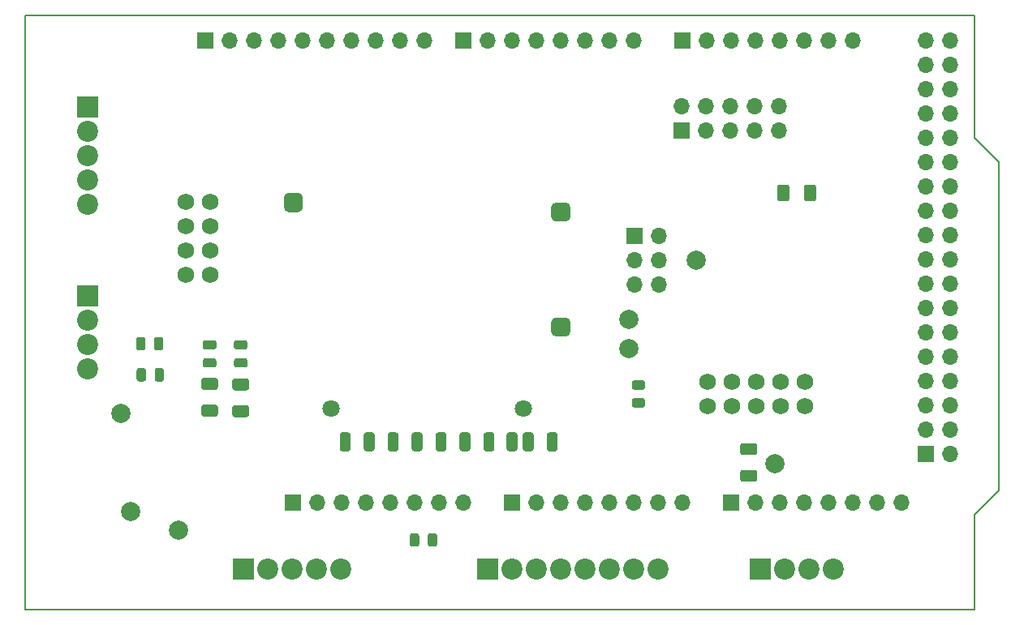
<source format=gbr>
%TF.GenerationSoftware,KiCad,Pcbnew,(5.1.6)-1*%
%TF.CreationDate,2021-10-14T14:48:08+02:00*%
%TF.ProjectId,DUE_Shield_v1,4455455f-5368-4696-956c-645f76312e6b,rev?*%
%TF.SameCoordinates,PX6296c50PY7c37510*%
%TF.FileFunction,Soldermask,Top*%
%TF.FilePolarity,Negative*%
%FSLAX46Y46*%
G04 Gerber Fmt 4.6, Leading zero omitted, Abs format (unit mm)*
G04 Created by KiCad (PCBNEW (5.1.6)-1) date 2021-10-14 14:48:08*
%MOMM*%
%LPD*%
G01*
G04 APERTURE LIST*
%TA.AperFunction,Profile*%
%ADD10C,0.150000*%
%TD*%
%ADD11C,1.800000*%
%ADD12O,1.700000X1.700000*%
%ADD13R,1.700000X1.700000*%
%ADD14C,2.000000*%
%ADD15C,2.200000*%
%ADD16R,2.200000X2.200000*%
%ADD17C,1.750000*%
G04 APERTURE END LIST*
D10*
X99060000Y9854000D02*
X99060000Y0D01*
X101600000Y12394000D02*
X99060000Y9854000D01*
X99060000Y49224000D02*
X101600000Y46684000D01*
X99060000Y0D02*
X0Y0D01*
X101600000Y46684000D02*
X101600000Y12394000D01*
X99060000Y62000000D02*
X99060000Y49224000D01*
X0Y62000000D02*
X99060000Y62000000D01*
X0Y0D02*
X0Y62000000D01*
G36*
G01*
X56900000Y30000000D02*
X56900000Y29000000D01*
G75*
G02*
X56400000Y28500000I-500000J0D01*
G01*
X55400000Y28500000D01*
G75*
G02*
X54900000Y29000000I0J500000D01*
G01*
X54900000Y30000000D01*
G75*
G02*
X55400000Y30500000I500000J0D01*
G01*
X56400000Y30500000D01*
G75*
G02*
X56900000Y30000000I0J-500000D01*
G01*
G37*
G36*
G01*
X56900000Y42000000D02*
X56900000Y41000000D01*
G75*
G02*
X56400000Y40500000I-500000J0D01*
G01*
X55400000Y40500000D01*
G75*
G02*
X54900000Y41000000I0J500000D01*
G01*
X54900000Y42000000D01*
G75*
G02*
X55400000Y42500000I500000J0D01*
G01*
X56400000Y42500000D01*
G75*
G02*
X56900000Y42000000I0J-500000D01*
G01*
G37*
G36*
G01*
X29000000Y43000000D02*
X29000000Y42000000D01*
G75*
G02*
X28500000Y41500000I-500000J0D01*
G01*
X27500000Y41500000D01*
G75*
G02*
X27000000Y42000000I0J500000D01*
G01*
X27000000Y43000000D01*
G75*
G02*
X27500000Y43500000I500000J0D01*
G01*
X28500000Y43500000D01*
G75*
G02*
X29000000Y43000000I0J-500000D01*
G01*
G37*
D11*
X51950000Y21000000D03*
X31950000Y21000000D03*
G36*
G01*
X55575000Y18212500D02*
X55575000Y16787500D01*
G75*
G02*
X55287500Y16500000I-287500J0D01*
G01*
X54712500Y16500000D01*
G75*
G02*
X54425000Y16787500I0J287500D01*
G01*
X54425000Y18212500D01*
G75*
G02*
X54712500Y18500000I287500J0D01*
G01*
X55287500Y18500000D01*
G75*
G02*
X55575000Y18212500I0J-287500D01*
G01*
G37*
G36*
G01*
X53075000Y18212500D02*
X53075000Y16787500D01*
G75*
G02*
X52787500Y16500000I-287500J0D01*
G01*
X52212500Y16500000D01*
G75*
G02*
X51925000Y16787500I0J287500D01*
G01*
X51925000Y18212500D01*
G75*
G02*
X52212500Y18500000I287500J0D01*
G01*
X52787500Y18500000D01*
G75*
G02*
X53075000Y18212500I0J-287500D01*
G01*
G37*
G36*
G01*
X51375000Y18212500D02*
X51375000Y16787500D01*
G75*
G02*
X51087500Y16500000I-287500J0D01*
G01*
X50512500Y16500000D01*
G75*
G02*
X50225000Y16787500I0J287500D01*
G01*
X50225000Y18212500D01*
G75*
G02*
X50512500Y18500000I287500J0D01*
G01*
X51087500Y18500000D01*
G75*
G02*
X51375000Y18212500I0J-287500D01*
G01*
G37*
G36*
G01*
X48975000Y18212500D02*
X48975000Y16787500D01*
G75*
G02*
X48687500Y16500000I-287500J0D01*
G01*
X48112500Y16500000D01*
G75*
G02*
X47825000Y16787500I0J287500D01*
G01*
X47825000Y18212500D01*
G75*
G02*
X48112500Y18500000I287500J0D01*
G01*
X48687500Y18500000D01*
G75*
G02*
X48975000Y18212500I0J-287500D01*
G01*
G37*
G36*
G01*
X46475000Y18212500D02*
X46475000Y16787500D01*
G75*
G02*
X46187500Y16500000I-287500J0D01*
G01*
X45612500Y16500000D01*
G75*
G02*
X45325000Y16787500I0J287500D01*
G01*
X45325000Y18212500D01*
G75*
G02*
X45612500Y18500000I287500J0D01*
G01*
X46187500Y18500000D01*
G75*
G02*
X46475000Y18212500I0J-287500D01*
G01*
G37*
G36*
G01*
X43975000Y18212500D02*
X43975000Y16787500D01*
G75*
G02*
X43687500Y16500000I-287500J0D01*
G01*
X43112500Y16500000D01*
G75*
G02*
X42825000Y16787500I0J287500D01*
G01*
X42825000Y18212500D01*
G75*
G02*
X43112500Y18500000I287500J0D01*
G01*
X43687500Y18500000D01*
G75*
G02*
X43975000Y18212500I0J-287500D01*
G01*
G37*
G36*
G01*
X41475000Y18212500D02*
X41475000Y16787500D01*
G75*
G02*
X41187500Y16500000I-287500J0D01*
G01*
X40612500Y16500000D01*
G75*
G02*
X40325000Y16787500I0J287500D01*
G01*
X40325000Y18212500D01*
G75*
G02*
X40612500Y18500000I287500J0D01*
G01*
X41187500Y18500000D01*
G75*
G02*
X41475000Y18212500I0J-287500D01*
G01*
G37*
G36*
G01*
X38975000Y18212500D02*
X38975000Y16787500D01*
G75*
G02*
X38687500Y16500000I-287500J0D01*
G01*
X38112500Y16500000D01*
G75*
G02*
X37825000Y16787500I0J287500D01*
G01*
X37825000Y18212500D01*
G75*
G02*
X38112500Y18500000I287500J0D01*
G01*
X38687500Y18500000D01*
G75*
G02*
X38975000Y18212500I0J-287500D01*
G01*
G37*
G36*
G01*
X36475000Y18212500D02*
X36475000Y16787500D01*
G75*
G02*
X36187500Y16500000I-287500J0D01*
G01*
X35612500Y16500000D01*
G75*
G02*
X35325000Y16787500I0J287500D01*
G01*
X35325000Y18212500D01*
G75*
G02*
X35612500Y18500000I287500J0D01*
G01*
X36187500Y18500000D01*
G75*
G02*
X36475000Y18212500I0J-287500D01*
G01*
G37*
G36*
G01*
X33975000Y18212500D02*
X33975000Y16787500D01*
G75*
G02*
X33687500Y16500000I-287500J0D01*
G01*
X33112500Y16500000D01*
G75*
G02*
X32825000Y16787500I0J287500D01*
G01*
X32825000Y18212500D01*
G75*
G02*
X33112500Y18500000I287500J0D01*
G01*
X33687500Y18500000D01*
G75*
G02*
X33975000Y18212500I0J-287500D01*
G01*
G37*
D12*
X78660000Y52540000D03*
X78660000Y50000000D03*
X76120000Y52540000D03*
X76120000Y50000000D03*
X73580000Y52540000D03*
X73580000Y50000000D03*
X71040000Y52540000D03*
X71040000Y50000000D03*
X68500000Y52540000D03*
D13*
X68500000Y50000000D03*
D14*
X70000000Y36500000D03*
X63000000Y27250000D03*
X63000000Y30250000D03*
X16000000Y8250000D03*
X11000000Y10250000D03*
X10000000Y20500000D03*
X78250000Y15250000D03*
G36*
G01*
X76125000Y16125000D02*
X74875000Y16125000D01*
G75*
G02*
X74625000Y16375000I0J250000D01*
G01*
X74625000Y17125000D01*
G75*
G02*
X74875000Y17375000I250000J0D01*
G01*
X76125000Y17375000D01*
G75*
G02*
X76375000Y17125000I0J-250000D01*
G01*
X76375000Y16375000D01*
G75*
G02*
X76125000Y16125000I-250000J0D01*
G01*
G37*
G36*
G01*
X76125000Y13325000D02*
X74875000Y13325000D01*
G75*
G02*
X74625000Y13575000I0J250000D01*
G01*
X74625000Y14325000D01*
G75*
G02*
X74875000Y14575000I250000J0D01*
G01*
X76125000Y14575000D01*
G75*
G02*
X76375000Y14325000I0J-250000D01*
G01*
X76375000Y13575000D01*
G75*
G02*
X76125000Y13325000I-250000J0D01*
G01*
G37*
G36*
G01*
X23125000Y22875000D02*
X21875000Y22875000D01*
G75*
G02*
X21625000Y23125000I0J250000D01*
G01*
X21625000Y23875000D01*
G75*
G02*
X21875000Y24125000I250000J0D01*
G01*
X23125000Y24125000D01*
G75*
G02*
X23375000Y23875000I0J-250000D01*
G01*
X23375000Y23125000D01*
G75*
G02*
X23125000Y22875000I-250000J0D01*
G01*
G37*
G36*
G01*
X23125000Y20075000D02*
X21875000Y20075000D01*
G75*
G02*
X21625000Y20325000I0J250000D01*
G01*
X21625000Y21075000D01*
G75*
G02*
X21875000Y21325000I250000J0D01*
G01*
X23125000Y21325000D01*
G75*
G02*
X23375000Y21075000I0J-250000D01*
G01*
X23375000Y20325000D01*
G75*
G02*
X23125000Y20075000I-250000J0D01*
G01*
G37*
G36*
G01*
X19875000Y22925000D02*
X18625000Y22925000D01*
G75*
G02*
X18375000Y23175000I0J250000D01*
G01*
X18375000Y23925000D01*
G75*
G02*
X18625000Y24175000I250000J0D01*
G01*
X19875000Y24175000D01*
G75*
G02*
X20125000Y23925000I0J-250000D01*
G01*
X20125000Y23175000D01*
G75*
G02*
X19875000Y22925000I-250000J0D01*
G01*
G37*
G36*
G01*
X19875000Y20125000D02*
X18625000Y20125000D01*
G75*
G02*
X18375000Y20375000I0J250000D01*
G01*
X18375000Y21125000D01*
G75*
G02*
X18625000Y21375000I250000J0D01*
G01*
X19875000Y21375000D01*
G75*
G02*
X20125000Y21125000I0J-250000D01*
G01*
X20125000Y20375000D01*
G75*
G02*
X19875000Y20125000I-250000J0D01*
G01*
G37*
G36*
G01*
X22043750Y26237500D02*
X22956250Y26237500D01*
G75*
G02*
X23200000Y25993750I0J-243750D01*
G01*
X23200000Y25506250D01*
G75*
G02*
X22956250Y25262500I-243750J0D01*
G01*
X22043750Y25262500D01*
G75*
G02*
X21800000Y25506250I0J243750D01*
G01*
X21800000Y25993750D01*
G75*
G02*
X22043750Y26237500I243750J0D01*
G01*
G37*
G36*
G01*
X22043750Y28112500D02*
X22956250Y28112500D01*
G75*
G02*
X23200000Y27868750I0J-243750D01*
G01*
X23200000Y27381250D01*
G75*
G02*
X22956250Y27137500I-243750J0D01*
G01*
X22043750Y27137500D01*
G75*
G02*
X21800000Y27381250I0J243750D01*
G01*
X21800000Y27868750D01*
G75*
G02*
X22043750Y28112500I243750J0D01*
G01*
G37*
G36*
G01*
X18793750Y26237500D02*
X19706250Y26237500D01*
G75*
G02*
X19950000Y25993750I0J-243750D01*
G01*
X19950000Y25506250D01*
G75*
G02*
X19706250Y25262500I-243750J0D01*
G01*
X18793750Y25262500D01*
G75*
G02*
X18550000Y25506250I0J243750D01*
G01*
X18550000Y25993750D01*
G75*
G02*
X18793750Y26237500I243750J0D01*
G01*
G37*
G36*
G01*
X18793750Y28112500D02*
X19706250Y28112500D01*
G75*
G02*
X19950000Y27868750I0J-243750D01*
G01*
X19950000Y27381250D01*
G75*
G02*
X19706250Y27137500I-243750J0D01*
G01*
X18793750Y27137500D01*
G75*
G02*
X18550000Y27381250I0J243750D01*
G01*
X18550000Y27868750D01*
G75*
G02*
X18793750Y28112500I243750J0D01*
G01*
G37*
D15*
X66030000Y4250000D03*
X63490000Y4250000D03*
X60950000Y4250000D03*
X58410000Y4250000D03*
X55870000Y4250000D03*
X53330000Y4250000D03*
X50790000Y4250000D03*
D16*
X48250000Y4250000D03*
G36*
G01*
X79725000Y44125000D02*
X79725000Y42875000D01*
G75*
G02*
X79475000Y42625000I-250000J0D01*
G01*
X78725000Y42625000D01*
G75*
G02*
X78475000Y42875000I0J250000D01*
G01*
X78475000Y44125000D01*
G75*
G02*
X78725000Y44375000I250000J0D01*
G01*
X79475000Y44375000D01*
G75*
G02*
X79725000Y44125000I0J-250000D01*
G01*
G37*
G36*
G01*
X82525000Y44125000D02*
X82525000Y42875000D01*
G75*
G02*
X82275000Y42625000I-250000J0D01*
G01*
X81525000Y42625000D01*
G75*
G02*
X81275000Y42875000I0J250000D01*
G01*
X81275000Y44125000D01*
G75*
G02*
X81525000Y44375000I250000J0D01*
G01*
X82275000Y44375000D01*
G75*
G02*
X82525000Y44125000I0J-250000D01*
G01*
G37*
G36*
G01*
X63543750Y22050000D02*
X64456250Y22050000D01*
G75*
G02*
X64700000Y21806250I0J-243750D01*
G01*
X64700000Y21318750D01*
G75*
G02*
X64456250Y21075000I-243750J0D01*
G01*
X63543750Y21075000D01*
G75*
G02*
X63300000Y21318750I0J243750D01*
G01*
X63300000Y21806250D01*
G75*
G02*
X63543750Y22050000I243750J0D01*
G01*
G37*
G36*
G01*
X63543750Y23925000D02*
X64456250Y23925000D01*
G75*
G02*
X64700000Y23681250I0J-243750D01*
G01*
X64700000Y23193750D01*
G75*
G02*
X64456250Y22950000I-243750J0D01*
G01*
X63543750Y22950000D01*
G75*
G02*
X63300000Y23193750I0J243750D01*
G01*
X63300000Y23681250D01*
G75*
G02*
X63543750Y23925000I243750J0D01*
G01*
G37*
G36*
G01*
X42012500Y6793750D02*
X42012500Y7706250D01*
G75*
G02*
X42256250Y7950000I243750J0D01*
G01*
X42743750Y7950000D01*
G75*
G02*
X42987500Y7706250I0J-243750D01*
G01*
X42987500Y6793750D01*
G75*
G02*
X42743750Y6550000I-243750J0D01*
G01*
X42256250Y6550000D01*
G75*
G02*
X42012500Y6793750I0J243750D01*
G01*
G37*
G36*
G01*
X40137500Y6793750D02*
X40137500Y7706250D01*
G75*
G02*
X40381250Y7950000I243750J0D01*
G01*
X40868750Y7950000D01*
G75*
G02*
X41112500Y7706250I0J-243750D01*
G01*
X41112500Y6793750D01*
G75*
G02*
X40868750Y6550000I-243750J0D01*
G01*
X40381250Y6550000D01*
G75*
G02*
X40137500Y6793750I0J243750D01*
G01*
G37*
G36*
G01*
X13450000Y27293750D02*
X13450000Y28206250D01*
G75*
G02*
X13693750Y28450000I243750J0D01*
G01*
X14181250Y28450000D01*
G75*
G02*
X14425000Y28206250I0J-243750D01*
G01*
X14425000Y27293750D01*
G75*
G02*
X14181250Y27050000I-243750J0D01*
G01*
X13693750Y27050000D01*
G75*
G02*
X13450000Y27293750I0J243750D01*
G01*
G37*
G36*
G01*
X11575000Y27293750D02*
X11575000Y28206250D01*
G75*
G02*
X11818750Y28450000I243750J0D01*
G01*
X12306250Y28450000D01*
G75*
G02*
X12550000Y28206250I0J-243750D01*
G01*
X12550000Y27293750D01*
G75*
G02*
X12306250Y27050000I-243750J0D01*
G01*
X11818750Y27050000D01*
G75*
G02*
X11575000Y27293750I0J243750D01*
G01*
G37*
G36*
G01*
X13512500Y24043750D02*
X13512500Y24956250D01*
G75*
G02*
X13756250Y25200000I243750J0D01*
G01*
X14243750Y25200000D01*
G75*
G02*
X14487500Y24956250I0J-243750D01*
G01*
X14487500Y24043750D01*
G75*
G02*
X14243750Y23800000I-243750J0D01*
G01*
X13756250Y23800000D01*
G75*
G02*
X13512500Y24043750I0J243750D01*
G01*
G37*
G36*
G01*
X11637500Y24043750D02*
X11637500Y24956250D01*
G75*
G02*
X11881250Y25200000I243750J0D01*
G01*
X12368750Y25200000D01*
G75*
G02*
X12612500Y24956250I0J-243750D01*
G01*
X12612500Y24043750D01*
G75*
G02*
X12368750Y23800000I-243750J0D01*
G01*
X11881250Y23800000D01*
G75*
G02*
X11637500Y24043750I0J243750D01*
G01*
G37*
D17*
X16730000Y42560000D03*
X16730000Y40020000D03*
X16730000Y37480000D03*
X16730000Y34940000D03*
X19270000Y34940000D03*
X19270000Y37480000D03*
X19270000Y40020000D03*
X19270000Y42560000D03*
D15*
X6500000Y42340000D03*
X6500000Y44880000D03*
X6500000Y47420000D03*
X6500000Y49960000D03*
D16*
X6500000Y52500000D03*
D15*
X32910000Y4250000D03*
X30370000Y4250000D03*
X27830000Y4250000D03*
X25290000Y4250000D03*
D16*
X22750000Y4250000D03*
D15*
X84370000Y4250000D03*
X81830000Y4250000D03*
X79290000Y4250000D03*
D16*
X76750000Y4250000D03*
D15*
X6500000Y25130000D03*
X6500000Y27670000D03*
X6500000Y30210000D03*
D16*
X6500000Y32750000D03*
D17*
X71170000Y21230000D03*
X73710000Y21230000D03*
X76250000Y21230000D03*
X78790000Y21230000D03*
X81330000Y21230000D03*
X81330000Y23770000D03*
X78790000Y23770000D03*
X76250000Y23770000D03*
X73710000Y23770000D03*
X71170000Y23770000D03*
D12*
X63500000Y59384000D03*
X60960000Y59384000D03*
X58420000Y59384000D03*
X55880000Y59384000D03*
X53340000Y59384000D03*
X50800000Y59384000D03*
X48260000Y59384000D03*
D13*
X45720000Y59384000D03*
D12*
X41656000Y59384000D03*
X39116000Y59384000D03*
X36576000Y59384000D03*
X34036000Y59384000D03*
X31496000Y59384000D03*
X28956000Y59384000D03*
X26416000Y59384000D03*
X23876000Y59384000D03*
X21336000Y59384000D03*
D13*
X18796000Y59384000D03*
D12*
X91440000Y11124000D03*
X88900000Y11124000D03*
X86360000Y11124000D03*
X83820000Y11124000D03*
X81280000Y11124000D03*
X78740000Y11124000D03*
X76200000Y11124000D03*
D13*
X73660000Y11124000D03*
D12*
X68580000Y11124000D03*
X66040000Y11124000D03*
X63500000Y11124000D03*
X60960000Y11124000D03*
X58420000Y11124000D03*
X55880000Y11124000D03*
X53340000Y11124000D03*
D13*
X50800000Y11124000D03*
D12*
X45720000Y11124000D03*
X43180000Y11124000D03*
X40640000Y11124000D03*
X38100000Y11124000D03*
X35560000Y11124000D03*
X33020000Y11124000D03*
X30480000Y11124000D03*
D13*
X27940000Y11124000D03*
D12*
X96520000Y59384000D03*
X93980000Y59384000D03*
X96520000Y56844000D03*
X93980000Y56844000D03*
X96520000Y54304000D03*
X93980000Y54304000D03*
X96520000Y51764000D03*
X93980000Y51764000D03*
X96520000Y49224000D03*
X93980000Y49224000D03*
X96520000Y46684000D03*
X93980000Y46684000D03*
X96520000Y44144000D03*
X93980000Y44144000D03*
X96520000Y41604000D03*
X93980000Y41604000D03*
X96520000Y39064000D03*
X93980000Y39064000D03*
X96520000Y36524000D03*
X93980000Y36524000D03*
X96520000Y33984000D03*
X93980000Y33984000D03*
X96520000Y31444000D03*
X93980000Y31444000D03*
X96520000Y28904000D03*
X93980000Y28904000D03*
X96520000Y26364000D03*
X93980000Y26364000D03*
X96520000Y23824000D03*
X93980000Y23824000D03*
X96520000Y21284000D03*
X93980000Y21284000D03*
X96520000Y18744000D03*
X93980000Y18744000D03*
X96520000Y16204000D03*
D13*
X93980000Y16204000D03*
D12*
X66162000Y33920000D03*
X63622000Y33920000D03*
X66162000Y36460000D03*
X63622000Y36460000D03*
X66162000Y39000000D03*
D13*
X63622000Y39000000D03*
D12*
X86360000Y59384000D03*
X83820000Y59384000D03*
X81280000Y59384000D03*
X78740000Y59384000D03*
X76200000Y59384000D03*
X73660000Y59384000D03*
X71120000Y59384000D03*
D13*
X68580000Y59384000D03*
M02*

</source>
